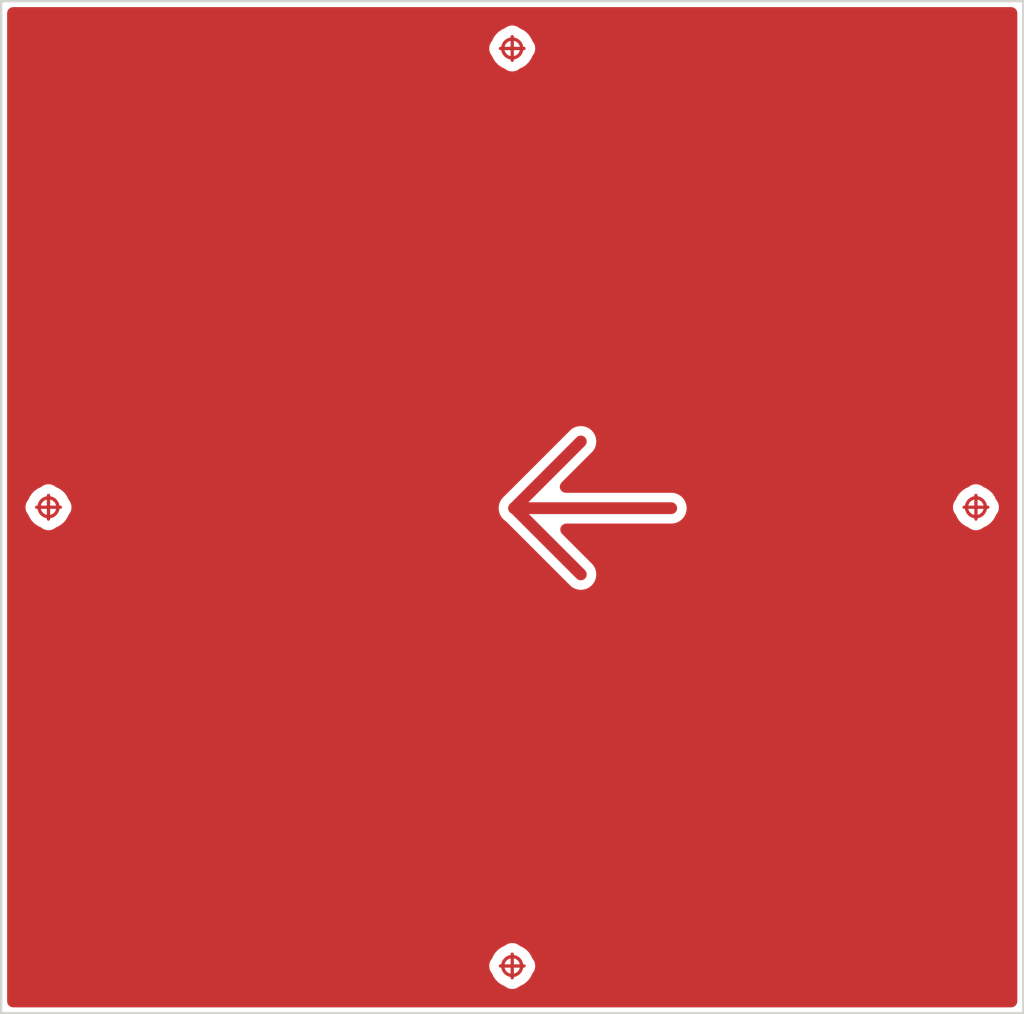
<source format=kicad_pcb>
(kicad_pcb (version 20171130) (host pcbnew "(5.1.10)-1")

  (general
    (thickness 0.3)
    (drawings 6)
    (tracks 5)
    (zones 0)
    (modules 4)
    (nets 1)
  )

  (page A4)
  (layers
    (0 F.Cu signal)
    (31 B.Cu signal)
    (32 B.Adhes user)
    (33 F.Adhes user hide)
    (34 B.Paste user)
    (35 F.Paste user)
    (36 B.SilkS user)
    (37 F.SilkS user)
    (38 B.Mask user)
    (39 F.Mask user hide)
    (40 Dwgs.User user hide)
    (41 Cmts.User user)
    (42 Eco1.User user)
    (43 Eco2.User user)
    (44 Edge.Cuts user)
    (45 Margin user)
    (46 B.CrtYd user hide)
    (47 F.CrtYd user hide)
    (48 B.Fab user)
    (49 F.Fab user hide)
  )

  (setup
    (last_trace_width 0.25)
    (trace_clearance 0.2)
    (zone_clearance 0.1)
    (zone_45_only no)
    (trace_min 0.2)
    (via_size 0.8)
    (via_drill 0.4)
    (via_min_size 0.4)
    (via_min_drill 0.3)
    (uvia_size 0.3)
    (uvia_drill 0.1)
    (uvias_allowed no)
    (uvia_min_size 0.2)
    (uvia_min_drill 0.1)
    (edge_width 0.05)
    (segment_width 0.2)
    (pcb_text_width 0.3)
    (pcb_text_size 1.5 1.5)
    (mod_edge_width 0.12)
    (mod_text_size 1 1)
    (mod_text_width 0.15)
    (pad_size 1.524 1.524)
    (pad_drill 0.762)
    (pad_to_mask_clearance 0)
    (aux_axis_origin 0 0)
    (visible_elements 7FFFFFFF)
    (pcbplotparams
      (layerselection 0x01000_7fffffff)
      (usegerberextensions false)
      (usegerberattributes true)
      (usegerberadvancedattributes true)
      (creategerberjobfile true)
      (excludeedgelayer true)
      (linewidth 0.100000)
      (plotframeref false)
      (viasonmask false)
      (mode 1)
      (useauxorigin false)
      (hpglpennumber 1)
      (hpglpenspeed 20)
      (hpglpendiameter 15.000000)
      (psnegative false)
      (psa4output false)
      (plotreference true)
      (plotvalue true)
      (plotinvisibletext false)
      (padsonsilk false)
      (subtractmaskfromsilk false)
      (outputformat 1)
      (mirror false)
      (drillshape 0)
      (scaleselection 1)
      (outputdirectory "fab_outputs/"))
  )

  (net 0 "")

  (net_class Default "This is the default net class."
    (clearance 0.2)
    (trace_width 0.25)
    (via_dia 0.8)
    (via_drill 0.4)
    (uvia_dia 0.3)
    (uvia_drill 0.1)
  )

  (module unl_silab:crossed_circle_fiducial (layer F.Cu) (tedit 5DEEB95A) (tstamp 6282D981)
    (at 10.8 1)
    (fp_text reference REF** (at 0 0) (layer F.SilkS) hide
      (effects (font (size 1 1) (thickness 0.15)))
    )
    (fp_text value crossed_circle_fiducial (at 0 0) (layer F.Fab) hide
      (effects (font (size 1 1) (thickness 0.15)))
    )
    (fp_circle (center 0 0) (end 0.2 0) (layer F.Cu) (width 0.07))
    (fp_line (start 0 -0.25) (end 0 0.25) (layer F.Cu) (width 0.07))
    (fp_line (start 0.25 0) (end -0.25 0) (layer F.Cu) (width 0.07))
    (fp_circle (center 0 0) (end 0.01 0) (layer F.Mask) (width 0.6))
  )

  (module unl_silab:crossed_circle_fiducial (layer F.Cu) (tedit 5DEEB95A) (tstamp 6282D981)
    (at 20.6 10.7)
    (fp_text reference REF** (at 0 0) (layer F.SilkS) hide
      (effects (font (size 1 1) (thickness 0.15)))
    )
    (fp_text value crossed_circle_fiducial (at 0 0) (layer F.Fab) hide
      (effects (font (size 1 1) (thickness 0.15)))
    )
    (fp_circle (center 0 0) (end 0.2 0) (layer F.Cu) (width 0.07))
    (fp_line (start 0 -0.25) (end 0 0.25) (layer F.Cu) (width 0.07))
    (fp_line (start 0.25 0) (end -0.25 0) (layer F.Cu) (width 0.07))
    (fp_circle (center 0 0) (end 0.01 0) (layer F.Mask) (width 0.6))
  )

  (module unl_silab:crossed_circle_fiducial (layer F.Cu) (tedit 5DEEB95A) (tstamp 6282D981)
    (at 10.8 20.4)
    (fp_text reference REF** (at 0 0) (layer F.SilkS) hide
      (effects (font (size 1 1) (thickness 0.15)))
    )
    (fp_text value crossed_circle_fiducial (at 0 0) (layer F.Fab) hide
      (effects (font (size 1 1) (thickness 0.15)))
    )
    (fp_circle (center 0 0) (end 0.2 0) (layer F.Cu) (width 0.07))
    (fp_line (start 0 -0.25) (end 0 0.25) (layer F.Cu) (width 0.07))
    (fp_line (start 0.25 0) (end -0.25 0) (layer F.Cu) (width 0.07))
    (fp_circle (center 0 0) (end 0.01 0) (layer F.Mask) (width 0.6))
  )

  (module unl_silab:crossed_circle_fiducial (layer F.Cu) (tedit 5DEEB95A) (tstamp 6282D927)
    (at 1 10.7)
    (fp_text reference REF** (at 0 0) (layer F.SilkS) hide
      (effects (font (size 1 1) (thickness 0.15)))
    )
    (fp_text value crossed_circle_fiducial (at 0 0) (layer F.Fab) hide
      (effects (font (size 1 1) (thickness 0.15)))
    )
    (fp_circle (center 0 0) (end 0.2 0) (layer F.Cu) (width 0.07))
    (fp_line (start 0 -0.25) (end 0 0.25) (layer F.Cu) (width 0.07))
    (fp_line (start 0.25 0) (end -0.25 0) (layer F.Cu) (width 0.07))
    (fp_circle (center 0 0) (end 0.01 0) (layer F.Mask) (width 0.6))
  )

  (gr_line (start -0.03 21.43) (end 21.62 -0.02) (layer Dwgs.User) (width 0.15))
  (gr_line (start 21.62 21.42) (end -0.02 -0.02) (layer Dwgs.User) (width 0.15))
  (gr_line (start 0 0) (end 0 21.4) (layer Edge.Cuts) (width 0.05))
  (gr_line (start 0 21.4) (end 21.6 21.4) (layer Edge.Cuts) (width 0.05))
  (gr_line (start 21.6 0) (end 21.6 21.4) (layer Edge.Cuts) (width 0.05))
  (gr_line (start 0 0) (end 21.6 0) (layer Edge.Cuts) (width 0.05))

  (segment (start 14.16 10.72) (end 10.84 10.72) (width 0.25) (layer F.Cu) (net 0))
  (segment (start 10.84 10.72) (end 10.85 10.72) (width 0.25) (layer F.Cu) (net 0))
  (segment (start 10.85 10.72) (end 12.25 12.12) (width 0.25) (layer F.Cu) (net 0))
  (segment (start 10.85 10.72) (end 10.85 10.71) (width 0.25) (layer F.Cu) (net 0))
  (segment (start 10.85 10.71) (end 12.25 9.31) (width 0.25) (layer F.Cu) (net 0))

  (zone (net 0) (net_name "") (layer F.Cu) (tstamp 62701BD1) (hatch edge 0.508)
    (connect_pads (clearance 0.1))
    (min_thickness 0.254)
    (fill yes (arc_segments 32) (thermal_gap 0.508) (thermal_bridge_width 0.508))
    (polygon
      (pts
        (xy 21.6 21.4) (xy 0 21.4) (xy 0 0) (xy 21.6 0)
      )
    )
    (filled_polygon
      (pts
        (xy 21.348001 21.148) (xy 0.252 21.148) (xy 0.252 20.4) (xy 10.186249 20.4) (xy 10.193238 20.470964)
        (xy 10.213938 20.539201) (xy 10.247552 20.602089) (xy 10.266203 20.624815) (xy 10.286722 20.674353) (xy 10.350108 20.769217)
        (xy 10.430783 20.849892) (xy 10.525647 20.913278) (xy 10.575187 20.933798) (xy 10.597912 20.952448) (xy 10.6608 20.986062)
        (xy 10.729037 21.006762) (xy 10.8 21.013751) (xy 10.870964 21.006762) (xy 10.939201 20.986062) (xy 11.002089 20.952448)
        (xy 11.024815 20.933797) (xy 11.074353 20.913278) (xy 11.169217 20.849892) (xy 11.249892 20.769217) (xy 11.313278 20.674353)
        (xy 11.333797 20.624815) (xy 11.352448 20.602089) (xy 11.386062 20.539201) (xy 11.406762 20.470964) (xy 11.413751 20.4)
        (xy 11.406762 20.329036) (xy 11.386062 20.260799) (xy 11.352448 20.197911) (xy 11.333797 20.175185) (xy 11.313278 20.125647)
        (xy 11.249892 20.030783) (xy 11.169217 19.950108) (xy 11.074353 19.886722) (xy 11.024813 19.866202) (xy 11.002088 19.847552)
        (xy 10.9392 19.813938) (xy 10.870963 19.793238) (xy 10.8 19.786249) (xy 10.729036 19.793238) (xy 10.660799 19.813938)
        (xy 10.597911 19.847552) (xy 10.575186 19.866202) (xy 10.525647 19.886722) (xy 10.430783 19.950108) (xy 10.350108 20.030783)
        (xy 10.286722 20.125647) (xy 10.266203 20.175185) (xy 10.247552 20.197911) (xy 10.213938 20.260799) (xy 10.193238 20.329036)
        (xy 10.186249 20.4) (xy 0.252 20.4) (xy 0.252 10.7) (xy 0.386249 10.7) (xy 0.393238 10.770964)
        (xy 0.413938 10.839201) (xy 0.447552 10.902089) (xy 0.466203 10.924815) (xy 0.486722 10.974353) (xy 0.550108 11.069217)
        (xy 0.630783 11.149892) (xy 0.725647 11.213278) (xy 0.775187 11.233798) (xy 0.797912 11.252448) (xy 0.8608 11.286062)
        (xy 0.929037 11.306762) (xy 1 11.313751) (xy 1.070964 11.306762) (xy 1.139201 11.286062) (xy 1.202089 11.252448)
        (xy 1.224815 11.233797) (xy 1.274353 11.213278) (xy 1.369217 11.149892) (xy 1.449892 11.069217) (xy 1.513278 10.974353)
        (xy 1.533797 10.924815) (xy 1.552448 10.902089) (xy 1.586062 10.839201) (xy 1.606762 10.770964) (xy 1.611781 10.72)
        (xy 10.385813 10.72) (xy 10.39454 10.808607) (xy 10.420386 10.89381) (xy 10.462357 10.972333) (xy 10.518841 11.041159)
        (xy 10.587667 11.097643) (xy 10.589285 11.098508) (xy 11.946089 12.455313) (xy 11.997666 12.497642) (xy 12.07619 12.539614)
        (xy 12.161392 12.56546) (xy 12.25 12.574187) (xy 12.338607 12.56546) (xy 12.423809 12.539614) (xy 12.502333 12.497642)
        (xy 12.571158 12.441158) (xy 12.627642 12.372333) (xy 12.669614 12.293809) (xy 12.69546 12.208607) (xy 12.704187 12.12)
        (xy 12.69546 12.031392) (xy 12.669614 11.94619) (xy 12.627642 11.867666) (xy 12.585313 11.816089) (xy 11.941224 11.172)
        (xy 14.182205 11.172) (xy 14.248607 11.16546) (xy 14.33381 11.139614) (xy 14.412333 11.097643) (xy 14.481159 11.041159)
        (xy 14.537643 10.972333) (xy 14.579614 10.89381) (xy 14.60546 10.808607) (xy 14.614187 10.72) (xy 14.612218 10.7)
        (xy 19.986249 10.7) (xy 19.993238 10.770964) (xy 20.013938 10.839201) (xy 20.047552 10.902089) (xy 20.066203 10.924815)
        (xy 20.086722 10.974353) (xy 20.150108 11.069217) (xy 20.230783 11.149892) (xy 20.325647 11.213278) (xy 20.375187 11.233798)
        (xy 20.397912 11.252448) (xy 20.4608 11.286062) (xy 20.529037 11.306762) (xy 20.6 11.313751) (xy 20.670964 11.306762)
        (xy 20.739201 11.286062) (xy 20.802089 11.252448) (xy 20.824815 11.233797) (xy 20.874353 11.213278) (xy 20.969217 11.149892)
        (xy 21.049892 11.069217) (xy 21.113278 10.974353) (xy 21.133797 10.924815) (xy 21.152448 10.902089) (xy 21.186062 10.839201)
        (xy 21.206762 10.770964) (xy 21.213751 10.7) (xy 21.206762 10.629036) (xy 21.186062 10.560799) (xy 21.152448 10.497911)
        (xy 21.133797 10.475185) (xy 21.113278 10.425647) (xy 21.049892 10.330783) (xy 20.969217 10.250108) (xy 20.874353 10.186722)
        (xy 20.824813 10.166202) (xy 20.802088 10.147552) (xy 20.7392 10.113938) (xy 20.670963 10.093238) (xy 20.6 10.086249)
        (xy 20.529036 10.093238) (xy 20.460799 10.113938) (xy 20.397911 10.147552) (xy 20.375186 10.166202) (xy 20.325647 10.186722)
        (xy 20.230783 10.250108) (xy 20.150108 10.330783) (xy 20.086722 10.425647) (xy 20.066203 10.475185) (xy 20.047552 10.497911)
        (xy 20.013938 10.560799) (xy 19.993238 10.629036) (xy 19.986249 10.7) (xy 14.612218 10.7) (xy 14.60546 10.631393)
        (xy 14.579614 10.54619) (xy 14.537643 10.467667) (xy 14.481159 10.398841) (xy 14.412333 10.342357) (xy 14.33381 10.300386)
        (xy 14.248607 10.27454) (xy 14.182205 10.268) (xy 11.931224 10.268) (xy 12.585313 9.613911) (xy 12.627642 9.562334)
        (xy 12.669614 9.48381) (xy 12.69546 9.398608) (xy 12.704187 9.31) (xy 12.69546 9.221393) (xy 12.669614 9.136191)
        (xy 12.627642 9.057667) (xy 12.571158 8.988842) (xy 12.502333 8.932358) (xy 12.423809 8.890386) (xy 12.338607 8.86454)
        (xy 12.25 8.855813) (xy 12.161392 8.86454) (xy 12.07619 8.890386) (xy 11.997666 8.932358) (xy 11.946089 8.974687)
        (xy 10.546099 10.374678) (xy 10.528841 10.388841) (xy 10.524333 10.394333) (xy 10.518841 10.398841) (xy 10.462357 10.467667)
        (xy 10.420386 10.54619) (xy 10.39454 10.631393) (xy 10.385813 10.72) (xy 1.611781 10.72) (xy 1.613751 10.7)
        (xy 1.606762 10.629036) (xy 1.586062 10.560799) (xy 1.552448 10.497911) (xy 1.533797 10.475185) (xy 1.513278 10.425647)
        (xy 1.449892 10.330783) (xy 1.369217 10.250108) (xy 1.274353 10.186722) (xy 1.224813 10.166202) (xy 1.202088 10.147552)
        (xy 1.1392 10.113938) (xy 1.070963 10.093238) (xy 1 10.086249) (xy 0.929036 10.093238) (xy 0.860799 10.113938)
        (xy 0.797911 10.147552) (xy 0.775186 10.166202) (xy 0.725647 10.186722) (xy 0.630783 10.250108) (xy 0.550108 10.330783)
        (xy 0.486722 10.425647) (xy 0.466203 10.475185) (xy 0.447552 10.497911) (xy 0.413938 10.560799) (xy 0.393238 10.629036)
        (xy 0.386249 10.7) (xy 0.252 10.7) (xy 0.252 1) (xy 10.186249 1) (xy 10.193238 1.070964)
        (xy 10.213938 1.139201) (xy 10.247552 1.202089) (xy 10.266203 1.224815) (xy 10.286722 1.274353) (xy 10.350108 1.369217)
        (xy 10.430783 1.449892) (xy 10.525647 1.513278) (xy 10.575187 1.533798) (xy 10.597912 1.552448) (xy 10.6608 1.586062)
        (xy 10.729037 1.606762) (xy 10.8 1.613751) (xy 10.870964 1.606762) (xy 10.939201 1.586062) (xy 11.002089 1.552448)
        (xy 11.024815 1.533797) (xy 11.074353 1.513278) (xy 11.169217 1.449892) (xy 11.249892 1.369217) (xy 11.313278 1.274353)
        (xy 11.333797 1.224815) (xy 11.352448 1.202089) (xy 11.386062 1.139201) (xy 11.406762 1.070964) (xy 11.413751 1)
        (xy 11.406762 0.929036) (xy 11.386062 0.860799) (xy 11.352448 0.797911) (xy 11.333797 0.775185) (xy 11.313278 0.725647)
        (xy 11.249892 0.630783) (xy 11.169217 0.550108) (xy 11.074353 0.486722) (xy 11.024813 0.466202) (xy 11.002088 0.447552)
        (xy 10.9392 0.413938) (xy 10.870963 0.393238) (xy 10.8 0.386249) (xy 10.729036 0.393238) (xy 10.660799 0.413938)
        (xy 10.597911 0.447552) (xy 10.575186 0.466202) (xy 10.525647 0.486722) (xy 10.430783 0.550108) (xy 10.350108 0.630783)
        (xy 10.286722 0.725647) (xy 10.266203 0.775185) (xy 10.247552 0.797911) (xy 10.213938 0.860799) (xy 10.193238 0.929036)
        (xy 10.186249 1) (xy 0.252 1) (xy 0.252 0.252) (xy 21.348 0.252)
      )
    )
  )
  (zone (net 0) (net_name "") (layer F.Mask) (tstamp 62701BCE) (hatch edge 0.508)
    (connect_pads (clearance 0.25))
    (min_thickness 0)
    (fill yes (arc_segments 32) (thermal_gap 0.508) (thermal_bridge_width 0.508))
    (polygon
      (pts
        (xy 21.6 21.4) (xy 0 21.4) (xy 0 0) (xy 21.6 0)
      )
    )
    (filled_polygon
      (pts
        (xy 21.6 21.4) (xy 0 21.4) (xy 0 0) (xy 21.6 0)
      )
    )
  )
)

</source>
